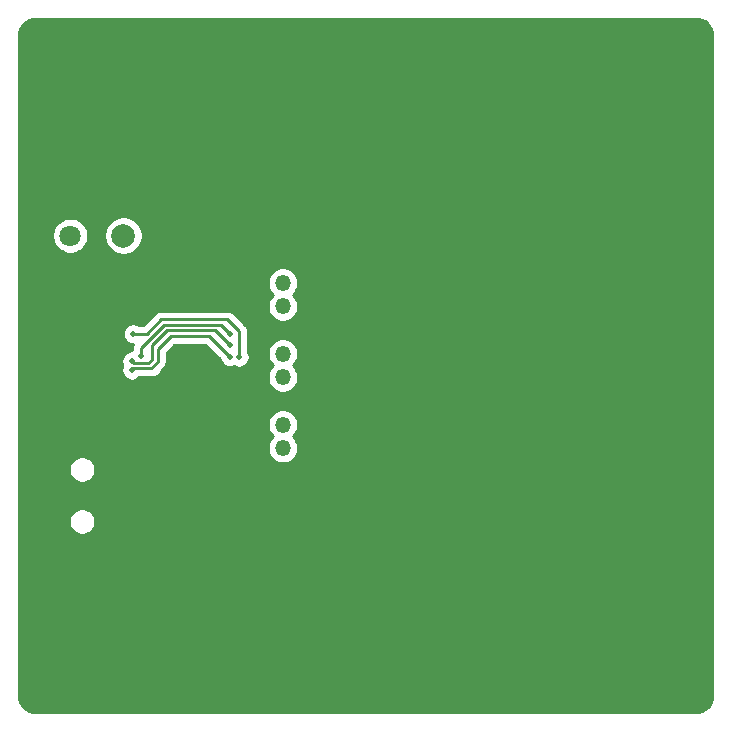
<source format=gbr>
%TF.GenerationSoftware,KiCad,Pcbnew,5.1.9-73d0e3b20d~88~ubuntu20.04.1*%
%TF.CreationDate,2021-01-12T14:06:49+01:00*%
%TF.ProjectId,MRS_Module_Host,4d52535f-4d6f-4647-956c-655f486f7374,1*%
%TF.SameCoordinates,Original*%
%TF.FileFunction,Copper,L2,Bot*%
%TF.FilePolarity,Positive*%
%FSLAX46Y46*%
G04 Gerber Fmt 4.6, Leading zero omitted, Abs format (unit mm)*
G04 Created by KiCad (PCBNEW 5.1.9-73d0e3b20d~88~ubuntu20.04.1) date 2021-01-12 14:06:49*
%MOMM*%
%LPD*%
G01*
G04 APERTURE LIST*
%TA.AperFunction,WasherPad*%
%ADD10C,2.000000*%
%TD*%
%TA.AperFunction,WasherPad*%
%ADD11C,1.800000*%
%TD*%
%TA.AperFunction,ComponentPad*%
%ADD12O,1.350000X1.350000*%
%TD*%
%TA.AperFunction,ComponentPad*%
%ADD13R,1.350000X1.350000*%
%TD*%
%TA.AperFunction,ComponentPad*%
%ADD14C,4.000000*%
%TD*%
%TA.AperFunction,ViaPad*%
%ADD15C,0.500000*%
%TD*%
%TA.AperFunction,Conductor*%
%ADD16C,0.250000*%
%TD*%
%TA.AperFunction,Conductor*%
%ADD17C,0.100000*%
%TD*%
G04 APERTURE END LIST*
D10*
%TO.P,J2,*%
%TO.N,*%
X106500000Y-84000000D03*
D11*
X102000000Y-84000000D03*
%TD*%
D12*
%TO.P,MODULE1,2*%
%TO.N,VBAT*%
X120000000Y-88000000D03*
%TO.P,MODULE1,10*%
%TO.N,GND*%
X120000000Y-104000000D03*
%TO.P,MODULE1,8*%
%TO.N,+5V*%
X120000000Y-100000000D03*
%TO.P,MODULE1,5*%
%TO.N,/FTDI_TX*%
X120000000Y-94000000D03*
%TO.P,MODULE1,9*%
%TO.N,+5V*%
X120000000Y-102000000D03*
%TO.P,MODULE1,6*%
%TO.N,/FTDI_RX*%
X120000000Y-96000000D03*
D13*
%TO.P,MODULE1,1*%
%TO.N,GND*%
X120000000Y-86000000D03*
D12*
%TO.P,MODULE1,7*%
X120000000Y-98000000D03*
%TO.P,MODULE1,3*%
%TO.N,VBAT*%
X120000000Y-90000000D03*
%TO.P,MODULE1,4*%
%TO.N,GND*%
X120000000Y-92000000D03*
D14*
%TO.P,MODULE1,0*%
X137000000Y-111500000D03*
X137000000Y-78500000D03*
%TD*%
D15*
%TO.N,+5V*%
X107300000Y-92300000D03*
X116300000Y-94300000D03*
%TO.N,GND*%
X110500000Y-94000000D03*
X112500000Y-96000000D03*
X110500000Y-96000000D03*
X112500000Y-94000000D03*
X111500000Y-95000000D03*
X115000000Y-70000000D03*
X120000000Y-70000000D03*
X125000000Y-70000000D03*
X135000000Y-70000000D03*
X145000000Y-70000000D03*
X155000000Y-70000000D03*
X145000000Y-80000000D03*
X155000000Y-80000000D03*
X125000000Y-85000000D03*
X120000000Y-80000000D03*
X125000000Y-80000000D03*
X125000000Y-75000000D03*
X115000000Y-75000000D03*
X120000000Y-75000000D03*
X110000000Y-85000000D03*
X105000000Y-85000000D03*
X100000000Y-85000000D03*
X104000000Y-95000000D03*
X115000000Y-100000000D03*
X100000000Y-105000000D03*
X115000000Y-120000000D03*
X115000000Y-115000000D03*
X115000000Y-110000000D03*
X110000000Y-110000000D03*
X120000000Y-110000000D03*
X125000000Y-110000000D03*
X125000000Y-115000000D03*
X120000000Y-115000000D03*
X120000000Y-120000000D03*
X125000000Y-120000000D03*
X135000000Y-120000000D03*
X145000000Y-120000000D03*
X155000000Y-120000000D03*
X125000000Y-105000000D03*
X155000000Y-110000000D03*
X145000000Y-110000000D03*
X155000000Y-100000000D03*
X145000000Y-100000000D03*
X135000000Y-100000000D03*
X145000000Y-90000000D03*
X155000000Y-90000000D03*
X135000000Y-90000000D03*
X101000000Y-95000000D03*
X98000000Y-95000000D03*
X107000000Y-97000000D03*
X101000000Y-99000000D03*
X105500000Y-97500000D03*
X106500000Y-97500000D03*
X107500000Y-97500000D03*
X108500000Y-97500000D03*
X102000000Y-98000000D03*
X101500000Y-98500000D03*
X100500000Y-99500000D03*
X103500000Y-100500000D03*
X103000000Y-101000000D03*
X103000000Y-102000000D03*
X107500000Y-100000000D03*
X108500000Y-100000000D03*
X109500000Y-100000000D03*
X110500000Y-100000000D03*
X111500000Y-100000000D03*
X112500000Y-100000000D03*
X113000000Y-99500000D03*
X113500000Y-99000000D03*
X114000000Y-98500000D03*
X107500000Y-102000000D03*
X109500000Y-102000000D03*
X112500000Y-102000000D03*
X109500000Y-106000000D03*
X107500000Y-106000000D03*
X112500000Y-106000000D03*
X115000000Y-106000000D03*
X117500000Y-104000000D03*
X103000000Y-110500000D03*
X123000000Y-100000000D03*
X123000000Y-102000000D03*
X123000000Y-104000000D03*
X123000000Y-98000000D03*
X123000000Y-86000000D03*
X123000000Y-88000000D03*
X123000000Y-90000000D03*
X123000000Y-92000000D03*
X123000000Y-94000000D03*
X123000000Y-96000000D03*
X106500000Y-94000000D03*
X105000000Y-87000000D03*
X110000000Y-87000000D03*
X105000000Y-90000000D03*
X110000000Y-90000000D03*
X100000000Y-90000000D03*
X100000000Y-89000000D03*
X105000000Y-89000000D03*
X110000000Y-89000000D03*
X100000000Y-87000000D03*
X100000000Y-88000000D03*
X105000000Y-88000000D03*
X110000000Y-88000000D03*
X110000000Y-86000000D03*
X105000000Y-86000000D03*
X100000000Y-86000000D03*
%TO.N,/FTDI_RX*%
X108000000Y-94200000D03*
X115500000Y-92300000D03*
%TO.N,/TXLED*%
X115500000Y-93250000D03*
X107199996Y-94600000D03*
%TO.N,/RXLED*%
X115500000Y-94250000D03*
X107200000Y-95400000D03*
%TD*%
D16*
%TO.N,+5V*%
X116300000Y-92100000D02*
X116300000Y-94300000D01*
X115300000Y-91100000D02*
X116300000Y-92100000D01*
X109700000Y-91100000D02*
X115300000Y-91100000D01*
X108500000Y-92300000D02*
X109700000Y-91100000D01*
X107300000Y-92300000D02*
X108500000Y-92300000D01*
%TO.N,/FTDI_RX*%
X114750000Y-91550000D02*
X115500000Y-92300000D01*
X109950000Y-91550000D02*
X114750000Y-91550000D01*
X108000000Y-93500000D02*
X109950000Y-91550000D01*
X108000000Y-94200000D02*
X108000000Y-93500000D01*
%TO.N,/TXLED*%
X115500000Y-93250000D02*
X114250000Y-92000000D01*
X110200000Y-92000000D02*
X108900000Y-93300000D01*
X114250000Y-92000000D02*
X110200000Y-92000000D01*
X108900000Y-93300000D02*
X108900000Y-94500000D01*
X108900000Y-94500000D02*
X108600000Y-94800000D01*
X108600000Y-94800000D02*
X107399996Y-94800000D01*
X107399996Y-94800000D02*
X107199996Y-94600000D01*
%TO.N,/RXLED*%
X108850000Y-95250000D02*
X108950000Y-95250000D01*
X113750000Y-92500000D02*
X115500000Y-94250000D01*
X110500000Y-92500000D02*
X113750000Y-92500000D01*
X109400000Y-93600000D02*
X110500000Y-92500000D01*
X109400000Y-94700000D02*
X109400000Y-93600000D01*
X108850000Y-95250000D02*
X109400000Y-94700000D01*
X108850000Y-95250000D02*
X107350000Y-95250000D01*
X107350000Y-95250000D02*
X107200000Y-95400000D01*
%TD*%
%TO.N,GND*%
X155261611Y-65678769D02*
X155513258Y-65754745D01*
X155745353Y-65878152D01*
X155949060Y-66044292D01*
X156116616Y-66246832D01*
X156241641Y-66478062D01*
X156319373Y-66729172D01*
X156350000Y-67020567D01*
X156350001Y-122968197D01*
X156321231Y-123261612D01*
X156245255Y-123513256D01*
X156121846Y-123745354D01*
X155955709Y-123949058D01*
X155753168Y-124116616D01*
X155521938Y-124241641D01*
X155270828Y-124319373D01*
X154979433Y-124350000D01*
X99031793Y-124350000D01*
X98738388Y-124321231D01*
X98486744Y-124245255D01*
X98254646Y-124121846D01*
X98050942Y-123955709D01*
X97883384Y-123753168D01*
X97758359Y-123521938D01*
X97680627Y-123270828D01*
X97650000Y-122979433D01*
X97650000Y-108089197D01*
X101875000Y-108089197D01*
X101875000Y-108310803D01*
X101918233Y-108528150D01*
X102003038Y-108732887D01*
X102126156Y-108917145D01*
X102282855Y-109073844D01*
X102467113Y-109196962D01*
X102671850Y-109281767D01*
X102889197Y-109325000D01*
X103110803Y-109325000D01*
X103328150Y-109281767D01*
X103532887Y-109196962D01*
X103717145Y-109073844D01*
X103873844Y-108917145D01*
X103996962Y-108732887D01*
X104081767Y-108528150D01*
X104125000Y-108310803D01*
X104125000Y-108089197D01*
X104081767Y-107871850D01*
X103996962Y-107667113D01*
X103873844Y-107482855D01*
X103717145Y-107326156D01*
X103532887Y-107203038D01*
X103328150Y-107118233D01*
X103110803Y-107075000D01*
X102889197Y-107075000D01*
X102671850Y-107118233D01*
X102467113Y-107203038D01*
X102282855Y-107326156D01*
X102126156Y-107482855D01*
X102003038Y-107667113D01*
X101918233Y-107871850D01*
X101875000Y-108089197D01*
X97650000Y-108089197D01*
X97650000Y-103689197D01*
X101875000Y-103689197D01*
X101875000Y-103910803D01*
X101918233Y-104128150D01*
X102003038Y-104332887D01*
X102126156Y-104517145D01*
X102282855Y-104673844D01*
X102467113Y-104796962D01*
X102671850Y-104881767D01*
X102889197Y-104925000D01*
X103110803Y-104925000D01*
X103328150Y-104881767D01*
X103532887Y-104796962D01*
X103717145Y-104673844D01*
X103873844Y-104517145D01*
X103996962Y-104332887D01*
X104081767Y-104128150D01*
X104125000Y-103910803D01*
X104125000Y-103689197D01*
X104081767Y-103471850D01*
X103996962Y-103267113D01*
X103873844Y-103082855D01*
X103717145Y-102926156D01*
X103532887Y-102803038D01*
X103328150Y-102718233D01*
X103110803Y-102675000D01*
X102889197Y-102675000D01*
X102671850Y-102718233D01*
X102467113Y-102803038D01*
X102282855Y-102926156D01*
X102126156Y-103082855D01*
X102003038Y-103267113D01*
X101918233Y-103471850D01*
X101875000Y-103689197D01*
X97650000Y-103689197D01*
X97650000Y-99871961D01*
X118700000Y-99871961D01*
X118700000Y-100128039D01*
X118749958Y-100379196D01*
X118847955Y-100615781D01*
X118990224Y-100828702D01*
X119161522Y-101000000D01*
X118990224Y-101171298D01*
X118847955Y-101384219D01*
X118749958Y-101620804D01*
X118700000Y-101871961D01*
X118700000Y-102128039D01*
X118749958Y-102379196D01*
X118847955Y-102615781D01*
X118990224Y-102828702D01*
X119171298Y-103009776D01*
X119384219Y-103152045D01*
X119620804Y-103250042D01*
X119871961Y-103300000D01*
X120128039Y-103300000D01*
X120379196Y-103250042D01*
X120615781Y-103152045D01*
X120828702Y-103009776D01*
X121009776Y-102828702D01*
X121152045Y-102615781D01*
X121250042Y-102379196D01*
X121300000Y-102128039D01*
X121300000Y-101871961D01*
X121250042Y-101620804D01*
X121152045Y-101384219D01*
X121009776Y-101171298D01*
X120838478Y-101000000D01*
X121009776Y-100828702D01*
X121152045Y-100615781D01*
X121250042Y-100379196D01*
X121300000Y-100128039D01*
X121300000Y-99871961D01*
X121250042Y-99620804D01*
X121152045Y-99384219D01*
X121009776Y-99171298D01*
X120828702Y-98990224D01*
X120615781Y-98847955D01*
X120379196Y-98749958D01*
X120128039Y-98700000D01*
X119871961Y-98700000D01*
X119620804Y-98749958D01*
X119384219Y-98847955D01*
X119171298Y-98990224D01*
X118990224Y-99171298D01*
X118847955Y-99384219D01*
X118749958Y-99620804D01*
X118700000Y-99871961D01*
X97650000Y-99871961D01*
X97650000Y-94513820D01*
X106324996Y-94513820D01*
X106324996Y-94686180D01*
X106358622Y-94855228D01*
X106418590Y-95000005D01*
X106358626Y-95144772D01*
X106325000Y-95313820D01*
X106325000Y-95486180D01*
X106358626Y-95655228D01*
X106424585Y-95814468D01*
X106520343Y-95957780D01*
X106642220Y-96079657D01*
X106785532Y-96175415D01*
X106944772Y-96241374D01*
X107113820Y-96275000D01*
X107286180Y-96275000D01*
X107455228Y-96241374D01*
X107614468Y-96175415D01*
X107757780Y-96079657D01*
X107837437Y-96000000D01*
X108813173Y-96000000D01*
X108850000Y-96003627D01*
X108886827Y-96000000D01*
X108986835Y-96000000D01*
X109097026Y-95989147D01*
X109238401Y-95946261D01*
X109368693Y-95876619D01*
X109482895Y-95782895D01*
X109576619Y-95668693D01*
X109646261Y-95538401D01*
X109656712Y-95503948D01*
X109904292Y-95256369D01*
X109932895Y-95232895D01*
X109956369Y-95204292D01*
X109956376Y-95204285D01*
X110026618Y-95118694D01*
X110026619Y-95118693D01*
X110096261Y-94988401D01*
X110139147Y-94847026D01*
X110150000Y-94736835D01*
X110150000Y-94736826D01*
X110153627Y-94700001D01*
X110150000Y-94663176D01*
X110150000Y-93910659D01*
X110810660Y-93250000D01*
X113439341Y-93250000D01*
X114649701Y-94460361D01*
X114658626Y-94505228D01*
X114724585Y-94664468D01*
X114820343Y-94807780D01*
X114942220Y-94929657D01*
X115085532Y-95025415D01*
X115244772Y-95091374D01*
X115413820Y-95125000D01*
X115586180Y-95125000D01*
X115755228Y-95091374D01*
X115850411Y-95051948D01*
X115885532Y-95075415D01*
X116044772Y-95141374D01*
X116213820Y-95175000D01*
X116386180Y-95175000D01*
X116555228Y-95141374D01*
X116714468Y-95075415D01*
X116857780Y-94979657D01*
X116979657Y-94857780D01*
X117075415Y-94714468D01*
X117141374Y-94555228D01*
X117175000Y-94386180D01*
X117175000Y-94213820D01*
X117141374Y-94044772D01*
X117075415Y-93885532D01*
X117066348Y-93871961D01*
X118700000Y-93871961D01*
X118700000Y-94128039D01*
X118749958Y-94379196D01*
X118847955Y-94615781D01*
X118990224Y-94828702D01*
X119161522Y-95000000D01*
X118990224Y-95171298D01*
X118847955Y-95384219D01*
X118749958Y-95620804D01*
X118700000Y-95871961D01*
X118700000Y-96128039D01*
X118749958Y-96379196D01*
X118847955Y-96615781D01*
X118990224Y-96828702D01*
X119171298Y-97009776D01*
X119384219Y-97152045D01*
X119620804Y-97250042D01*
X119871961Y-97300000D01*
X120128039Y-97300000D01*
X120379196Y-97250042D01*
X120615781Y-97152045D01*
X120828702Y-97009776D01*
X121009776Y-96828702D01*
X121152045Y-96615781D01*
X121250042Y-96379196D01*
X121300000Y-96128039D01*
X121300000Y-95871961D01*
X121250042Y-95620804D01*
X121152045Y-95384219D01*
X121009776Y-95171298D01*
X120838478Y-95000000D01*
X121009776Y-94828702D01*
X121152045Y-94615781D01*
X121250042Y-94379196D01*
X121300000Y-94128039D01*
X121300000Y-93871961D01*
X121250042Y-93620804D01*
X121152045Y-93384219D01*
X121009776Y-93171298D01*
X120828702Y-92990224D01*
X120615781Y-92847955D01*
X120379196Y-92749958D01*
X120128039Y-92700000D01*
X119871961Y-92700000D01*
X119620804Y-92749958D01*
X119384219Y-92847955D01*
X119171298Y-92990224D01*
X118990224Y-93171298D01*
X118847955Y-93384219D01*
X118749958Y-93620804D01*
X118700000Y-93871961D01*
X117066348Y-93871961D01*
X117050000Y-93847496D01*
X117050000Y-92136828D01*
X117053627Y-92100000D01*
X117050000Y-92063172D01*
X117050000Y-92063165D01*
X117039147Y-91952974D01*
X116996261Y-91811599D01*
X116926619Y-91681307D01*
X116863408Y-91604285D01*
X116856376Y-91595716D01*
X116856374Y-91595714D01*
X116832895Y-91567105D01*
X116804287Y-91543627D01*
X115856378Y-90595719D01*
X115832895Y-90567105D01*
X115718693Y-90473381D01*
X115588401Y-90403739D01*
X115447026Y-90360853D01*
X115336835Y-90350000D01*
X115336827Y-90350000D01*
X115300000Y-90346373D01*
X115263173Y-90350000D01*
X109736827Y-90350000D01*
X109699999Y-90346373D01*
X109663171Y-90350000D01*
X109663165Y-90350000D01*
X109567817Y-90359391D01*
X109552973Y-90360853D01*
X109520069Y-90370835D01*
X109411599Y-90403739D01*
X109281307Y-90473381D01*
X109241849Y-90505764D01*
X109195715Y-90543624D01*
X109195708Y-90543631D01*
X109167105Y-90567105D01*
X109143630Y-90595709D01*
X108189341Y-91550000D01*
X107752504Y-91550000D01*
X107714468Y-91524585D01*
X107555228Y-91458626D01*
X107386180Y-91425000D01*
X107213820Y-91425000D01*
X107044772Y-91458626D01*
X106885532Y-91524585D01*
X106742220Y-91620343D01*
X106620343Y-91742220D01*
X106524585Y-91885532D01*
X106458626Y-92044772D01*
X106425000Y-92213820D01*
X106425000Y-92386180D01*
X106458626Y-92555228D01*
X106524585Y-92714468D01*
X106620343Y-92857780D01*
X106742220Y-92979657D01*
X106885532Y-93075415D01*
X107044772Y-93141374D01*
X107213820Y-93175000D01*
X107323302Y-93175000D01*
X107303739Y-93211600D01*
X107276923Y-93300000D01*
X107260853Y-93352974D01*
X107250000Y-93463165D01*
X107250000Y-93463173D01*
X107246373Y-93500000D01*
X107250000Y-93536827D01*
X107250000Y-93725000D01*
X107113816Y-93725000D01*
X106944768Y-93758626D01*
X106785528Y-93824585D01*
X106642216Y-93920343D01*
X106520339Y-94042220D01*
X106424581Y-94185532D01*
X106358622Y-94344772D01*
X106324996Y-94513820D01*
X97650000Y-94513820D01*
X97650000Y-87871961D01*
X118700000Y-87871961D01*
X118700000Y-88128039D01*
X118749958Y-88379196D01*
X118847955Y-88615781D01*
X118990224Y-88828702D01*
X119161522Y-89000000D01*
X118990224Y-89171298D01*
X118847955Y-89384219D01*
X118749958Y-89620804D01*
X118700000Y-89871961D01*
X118700000Y-90128039D01*
X118749958Y-90379196D01*
X118847955Y-90615781D01*
X118990224Y-90828702D01*
X119171298Y-91009776D01*
X119384219Y-91152045D01*
X119620804Y-91250042D01*
X119871961Y-91300000D01*
X120128039Y-91300000D01*
X120379196Y-91250042D01*
X120615781Y-91152045D01*
X120828702Y-91009776D01*
X121009776Y-90828702D01*
X121152045Y-90615781D01*
X121250042Y-90379196D01*
X121300000Y-90128039D01*
X121300000Y-89871961D01*
X121250042Y-89620804D01*
X121152045Y-89384219D01*
X121009776Y-89171298D01*
X120838478Y-89000000D01*
X121009776Y-88828702D01*
X121152045Y-88615781D01*
X121250042Y-88379196D01*
X121300000Y-88128039D01*
X121300000Y-87871961D01*
X121250042Y-87620804D01*
X121152045Y-87384219D01*
X121009776Y-87171298D01*
X120828702Y-86990224D01*
X120615781Y-86847955D01*
X120379196Y-86749958D01*
X120128039Y-86700000D01*
X119871961Y-86700000D01*
X119620804Y-86749958D01*
X119384219Y-86847955D01*
X119171298Y-86990224D01*
X118990224Y-87171298D01*
X118847955Y-87384219D01*
X118749958Y-87620804D01*
X118700000Y-87871961D01*
X97650000Y-87871961D01*
X97650000Y-83849801D01*
X100475000Y-83849801D01*
X100475000Y-84150199D01*
X100533605Y-84444826D01*
X100648562Y-84722358D01*
X100815455Y-84972131D01*
X101027869Y-85184545D01*
X101277642Y-85351438D01*
X101555174Y-85466395D01*
X101849801Y-85525000D01*
X102150199Y-85525000D01*
X102444826Y-85466395D01*
X102722358Y-85351438D01*
X102972131Y-85184545D01*
X103184545Y-84972131D01*
X103351438Y-84722358D01*
X103466395Y-84444826D01*
X103525000Y-84150199D01*
X103525000Y-83849801D01*
X103523041Y-83839951D01*
X104875000Y-83839951D01*
X104875000Y-84160049D01*
X104937448Y-84473995D01*
X105059943Y-84769726D01*
X105237780Y-85035877D01*
X105464123Y-85262220D01*
X105730274Y-85440057D01*
X106026005Y-85562552D01*
X106339951Y-85625000D01*
X106660049Y-85625000D01*
X106973995Y-85562552D01*
X107269726Y-85440057D01*
X107535877Y-85262220D01*
X107762220Y-85035877D01*
X107940057Y-84769726D01*
X108062552Y-84473995D01*
X108125000Y-84160049D01*
X108125000Y-83839951D01*
X108062552Y-83526005D01*
X107940057Y-83230274D01*
X107762220Y-82964123D01*
X107535877Y-82737780D01*
X107269726Y-82559943D01*
X106973995Y-82437448D01*
X106660049Y-82375000D01*
X106339951Y-82375000D01*
X106026005Y-82437448D01*
X105730274Y-82559943D01*
X105464123Y-82737780D01*
X105237780Y-82964123D01*
X105059943Y-83230274D01*
X104937448Y-83526005D01*
X104875000Y-83839951D01*
X103523041Y-83839951D01*
X103466395Y-83555174D01*
X103351438Y-83277642D01*
X103184545Y-83027869D01*
X102972131Y-82815455D01*
X102722358Y-82648562D01*
X102444826Y-82533605D01*
X102150199Y-82475000D01*
X101849801Y-82475000D01*
X101555174Y-82533605D01*
X101277642Y-82648562D01*
X101027869Y-82815455D01*
X100815455Y-83027869D01*
X100648562Y-83277642D01*
X100533605Y-83555174D01*
X100475000Y-83849801D01*
X97650000Y-83849801D01*
X97650000Y-67031793D01*
X97678769Y-66738389D01*
X97754745Y-66486742D01*
X97878152Y-66254647D01*
X98044292Y-66050940D01*
X98246832Y-65883384D01*
X98478062Y-65758359D01*
X98729172Y-65680627D01*
X99020567Y-65650000D01*
X154968207Y-65650000D01*
X155261611Y-65678769D01*
%TA.AperFunction,Conductor*%
D17*
G36*
X155261611Y-65678769D02*
G01*
X155513258Y-65754745D01*
X155745353Y-65878152D01*
X155949060Y-66044292D01*
X156116616Y-66246832D01*
X156241641Y-66478062D01*
X156319373Y-66729172D01*
X156350000Y-67020567D01*
X156350001Y-122968197D01*
X156321231Y-123261612D01*
X156245255Y-123513256D01*
X156121846Y-123745354D01*
X155955709Y-123949058D01*
X155753168Y-124116616D01*
X155521938Y-124241641D01*
X155270828Y-124319373D01*
X154979433Y-124350000D01*
X99031793Y-124350000D01*
X98738388Y-124321231D01*
X98486744Y-124245255D01*
X98254646Y-124121846D01*
X98050942Y-123955709D01*
X97883384Y-123753168D01*
X97758359Y-123521938D01*
X97680627Y-123270828D01*
X97650000Y-122979433D01*
X97650000Y-108089197D01*
X101875000Y-108089197D01*
X101875000Y-108310803D01*
X101918233Y-108528150D01*
X102003038Y-108732887D01*
X102126156Y-108917145D01*
X102282855Y-109073844D01*
X102467113Y-109196962D01*
X102671850Y-109281767D01*
X102889197Y-109325000D01*
X103110803Y-109325000D01*
X103328150Y-109281767D01*
X103532887Y-109196962D01*
X103717145Y-109073844D01*
X103873844Y-108917145D01*
X103996962Y-108732887D01*
X104081767Y-108528150D01*
X104125000Y-108310803D01*
X104125000Y-108089197D01*
X104081767Y-107871850D01*
X103996962Y-107667113D01*
X103873844Y-107482855D01*
X103717145Y-107326156D01*
X103532887Y-107203038D01*
X103328150Y-107118233D01*
X103110803Y-107075000D01*
X102889197Y-107075000D01*
X102671850Y-107118233D01*
X102467113Y-107203038D01*
X102282855Y-107326156D01*
X102126156Y-107482855D01*
X102003038Y-107667113D01*
X101918233Y-107871850D01*
X101875000Y-108089197D01*
X97650000Y-108089197D01*
X97650000Y-103689197D01*
X101875000Y-103689197D01*
X101875000Y-103910803D01*
X101918233Y-104128150D01*
X102003038Y-104332887D01*
X102126156Y-104517145D01*
X102282855Y-104673844D01*
X102467113Y-104796962D01*
X102671850Y-104881767D01*
X102889197Y-104925000D01*
X103110803Y-104925000D01*
X103328150Y-104881767D01*
X103532887Y-104796962D01*
X103717145Y-104673844D01*
X103873844Y-104517145D01*
X103996962Y-104332887D01*
X104081767Y-104128150D01*
X104125000Y-103910803D01*
X104125000Y-103689197D01*
X104081767Y-103471850D01*
X103996962Y-103267113D01*
X103873844Y-103082855D01*
X103717145Y-102926156D01*
X103532887Y-102803038D01*
X103328150Y-102718233D01*
X103110803Y-102675000D01*
X102889197Y-102675000D01*
X102671850Y-102718233D01*
X102467113Y-102803038D01*
X102282855Y-102926156D01*
X102126156Y-103082855D01*
X102003038Y-103267113D01*
X101918233Y-103471850D01*
X101875000Y-103689197D01*
X97650000Y-103689197D01*
X97650000Y-99871961D01*
X118700000Y-99871961D01*
X118700000Y-100128039D01*
X118749958Y-100379196D01*
X118847955Y-100615781D01*
X118990224Y-100828702D01*
X119161522Y-101000000D01*
X118990224Y-101171298D01*
X118847955Y-101384219D01*
X118749958Y-101620804D01*
X118700000Y-101871961D01*
X118700000Y-102128039D01*
X118749958Y-102379196D01*
X118847955Y-102615781D01*
X118990224Y-102828702D01*
X119171298Y-103009776D01*
X119384219Y-103152045D01*
X119620804Y-103250042D01*
X119871961Y-103300000D01*
X120128039Y-103300000D01*
X120379196Y-103250042D01*
X120615781Y-103152045D01*
X120828702Y-103009776D01*
X121009776Y-102828702D01*
X121152045Y-102615781D01*
X121250042Y-102379196D01*
X121300000Y-102128039D01*
X121300000Y-101871961D01*
X121250042Y-101620804D01*
X121152045Y-101384219D01*
X121009776Y-101171298D01*
X120838478Y-101000000D01*
X121009776Y-100828702D01*
X121152045Y-100615781D01*
X121250042Y-100379196D01*
X121300000Y-100128039D01*
X121300000Y-99871961D01*
X121250042Y-99620804D01*
X121152045Y-99384219D01*
X121009776Y-99171298D01*
X120828702Y-98990224D01*
X120615781Y-98847955D01*
X120379196Y-98749958D01*
X120128039Y-98700000D01*
X119871961Y-98700000D01*
X119620804Y-98749958D01*
X119384219Y-98847955D01*
X119171298Y-98990224D01*
X118990224Y-99171298D01*
X118847955Y-99384219D01*
X118749958Y-99620804D01*
X118700000Y-99871961D01*
X97650000Y-99871961D01*
X97650000Y-94513820D01*
X106324996Y-94513820D01*
X106324996Y-94686180D01*
X106358622Y-94855228D01*
X106418590Y-95000005D01*
X106358626Y-95144772D01*
X106325000Y-95313820D01*
X106325000Y-95486180D01*
X106358626Y-95655228D01*
X106424585Y-95814468D01*
X106520343Y-95957780D01*
X106642220Y-96079657D01*
X106785532Y-96175415D01*
X106944772Y-96241374D01*
X107113820Y-96275000D01*
X107286180Y-96275000D01*
X107455228Y-96241374D01*
X107614468Y-96175415D01*
X107757780Y-96079657D01*
X107837437Y-96000000D01*
X108813173Y-96000000D01*
X108850000Y-96003627D01*
X108886827Y-96000000D01*
X108986835Y-96000000D01*
X109097026Y-95989147D01*
X109238401Y-95946261D01*
X109368693Y-95876619D01*
X109482895Y-95782895D01*
X109576619Y-95668693D01*
X109646261Y-95538401D01*
X109656712Y-95503948D01*
X109904292Y-95256369D01*
X109932895Y-95232895D01*
X109956369Y-95204292D01*
X109956376Y-95204285D01*
X110026618Y-95118694D01*
X110026619Y-95118693D01*
X110096261Y-94988401D01*
X110139147Y-94847026D01*
X110150000Y-94736835D01*
X110150000Y-94736826D01*
X110153627Y-94700001D01*
X110150000Y-94663176D01*
X110150000Y-93910659D01*
X110810660Y-93250000D01*
X113439341Y-93250000D01*
X114649701Y-94460361D01*
X114658626Y-94505228D01*
X114724585Y-94664468D01*
X114820343Y-94807780D01*
X114942220Y-94929657D01*
X115085532Y-95025415D01*
X115244772Y-95091374D01*
X115413820Y-95125000D01*
X115586180Y-95125000D01*
X115755228Y-95091374D01*
X115850411Y-95051948D01*
X115885532Y-95075415D01*
X116044772Y-95141374D01*
X116213820Y-95175000D01*
X116386180Y-95175000D01*
X116555228Y-95141374D01*
X116714468Y-95075415D01*
X116857780Y-94979657D01*
X116979657Y-94857780D01*
X117075415Y-94714468D01*
X117141374Y-94555228D01*
X117175000Y-94386180D01*
X117175000Y-94213820D01*
X117141374Y-94044772D01*
X117075415Y-93885532D01*
X117066348Y-93871961D01*
X118700000Y-93871961D01*
X118700000Y-94128039D01*
X118749958Y-94379196D01*
X118847955Y-94615781D01*
X118990224Y-94828702D01*
X119161522Y-95000000D01*
X118990224Y-95171298D01*
X118847955Y-95384219D01*
X118749958Y-95620804D01*
X118700000Y-95871961D01*
X118700000Y-96128039D01*
X118749958Y-96379196D01*
X118847955Y-96615781D01*
X118990224Y-96828702D01*
X119171298Y-97009776D01*
X119384219Y-97152045D01*
X119620804Y-97250042D01*
X119871961Y-97300000D01*
X120128039Y-97300000D01*
X120379196Y-97250042D01*
X120615781Y-97152045D01*
X120828702Y-97009776D01*
X121009776Y-96828702D01*
X121152045Y-96615781D01*
X121250042Y-96379196D01*
X121300000Y-96128039D01*
X121300000Y-95871961D01*
X121250042Y-95620804D01*
X121152045Y-95384219D01*
X121009776Y-95171298D01*
X120838478Y-95000000D01*
X121009776Y-94828702D01*
X121152045Y-94615781D01*
X121250042Y-94379196D01*
X121300000Y-94128039D01*
X121300000Y-93871961D01*
X121250042Y-93620804D01*
X121152045Y-93384219D01*
X121009776Y-93171298D01*
X120828702Y-92990224D01*
X120615781Y-92847955D01*
X120379196Y-92749958D01*
X120128039Y-92700000D01*
X119871961Y-92700000D01*
X119620804Y-92749958D01*
X119384219Y-92847955D01*
X119171298Y-92990224D01*
X118990224Y-93171298D01*
X118847955Y-93384219D01*
X118749958Y-93620804D01*
X118700000Y-93871961D01*
X117066348Y-93871961D01*
X117050000Y-93847496D01*
X117050000Y-92136828D01*
X117053627Y-92100000D01*
X117050000Y-92063172D01*
X117050000Y-92063165D01*
X117039147Y-91952974D01*
X116996261Y-91811599D01*
X116926619Y-91681307D01*
X116863408Y-91604285D01*
X116856376Y-91595716D01*
X116856374Y-91595714D01*
X116832895Y-91567105D01*
X116804287Y-91543627D01*
X115856378Y-90595719D01*
X115832895Y-90567105D01*
X115718693Y-90473381D01*
X115588401Y-90403739D01*
X115447026Y-90360853D01*
X115336835Y-90350000D01*
X115336827Y-90350000D01*
X115300000Y-90346373D01*
X115263173Y-90350000D01*
X109736827Y-90350000D01*
X109699999Y-90346373D01*
X109663171Y-90350000D01*
X109663165Y-90350000D01*
X109567817Y-90359391D01*
X109552973Y-90360853D01*
X109520069Y-90370835D01*
X109411599Y-90403739D01*
X109281307Y-90473381D01*
X109241849Y-90505764D01*
X109195715Y-90543624D01*
X109195708Y-90543631D01*
X109167105Y-90567105D01*
X109143630Y-90595709D01*
X108189341Y-91550000D01*
X107752504Y-91550000D01*
X107714468Y-91524585D01*
X107555228Y-91458626D01*
X107386180Y-91425000D01*
X107213820Y-91425000D01*
X107044772Y-91458626D01*
X106885532Y-91524585D01*
X106742220Y-91620343D01*
X106620343Y-91742220D01*
X106524585Y-91885532D01*
X106458626Y-92044772D01*
X106425000Y-92213820D01*
X106425000Y-92386180D01*
X106458626Y-92555228D01*
X106524585Y-92714468D01*
X106620343Y-92857780D01*
X106742220Y-92979657D01*
X106885532Y-93075415D01*
X107044772Y-93141374D01*
X107213820Y-93175000D01*
X107323302Y-93175000D01*
X107303739Y-93211600D01*
X107276923Y-93300000D01*
X107260853Y-93352974D01*
X107250000Y-93463165D01*
X107250000Y-93463173D01*
X107246373Y-93500000D01*
X107250000Y-93536827D01*
X107250000Y-93725000D01*
X107113816Y-93725000D01*
X106944768Y-93758626D01*
X106785528Y-93824585D01*
X106642216Y-93920343D01*
X106520339Y-94042220D01*
X106424581Y-94185532D01*
X106358622Y-94344772D01*
X106324996Y-94513820D01*
X97650000Y-94513820D01*
X97650000Y-87871961D01*
X118700000Y-87871961D01*
X118700000Y-88128039D01*
X118749958Y-88379196D01*
X118847955Y-88615781D01*
X118990224Y-88828702D01*
X119161522Y-89000000D01*
X118990224Y-89171298D01*
X118847955Y-89384219D01*
X118749958Y-89620804D01*
X118700000Y-89871961D01*
X118700000Y-90128039D01*
X118749958Y-90379196D01*
X118847955Y-90615781D01*
X118990224Y-90828702D01*
X119171298Y-91009776D01*
X119384219Y-91152045D01*
X119620804Y-91250042D01*
X119871961Y-91300000D01*
X120128039Y-91300000D01*
X120379196Y-91250042D01*
X120615781Y-91152045D01*
X120828702Y-91009776D01*
X121009776Y-90828702D01*
X121152045Y-90615781D01*
X121250042Y-90379196D01*
X121300000Y-90128039D01*
X121300000Y-89871961D01*
X121250042Y-89620804D01*
X121152045Y-89384219D01*
X121009776Y-89171298D01*
X120838478Y-89000000D01*
X121009776Y-88828702D01*
X121152045Y-88615781D01*
X121250042Y-88379196D01*
X121300000Y-88128039D01*
X121300000Y-87871961D01*
X121250042Y-87620804D01*
X121152045Y-87384219D01*
X121009776Y-87171298D01*
X120828702Y-86990224D01*
X120615781Y-86847955D01*
X120379196Y-86749958D01*
X120128039Y-86700000D01*
X119871961Y-86700000D01*
X119620804Y-86749958D01*
X119384219Y-86847955D01*
X119171298Y-86990224D01*
X118990224Y-87171298D01*
X118847955Y-87384219D01*
X118749958Y-87620804D01*
X118700000Y-87871961D01*
X97650000Y-87871961D01*
X97650000Y-83849801D01*
X100475000Y-83849801D01*
X100475000Y-84150199D01*
X100533605Y-84444826D01*
X100648562Y-84722358D01*
X100815455Y-84972131D01*
X101027869Y-85184545D01*
X101277642Y-85351438D01*
X101555174Y-85466395D01*
X101849801Y-85525000D01*
X102150199Y-85525000D01*
X102444826Y-85466395D01*
X102722358Y-85351438D01*
X102972131Y-85184545D01*
X103184545Y-84972131D01*
X103351438Y-84722358D01*
X103466395Y-84444826D01*
X103525000Y-84150199D01*
X103525000Y-83849801D01*
X103523041Y-83839951D01*
X104875000Y-83839951D01*
X104875000Y-84160049D01*
X104937448Y-84473995D01*
X105059943Y-84769726D01*
X105237780Y-85035877D01*
X105464123Y-85262220D01*
X105730274Y-85440057D01*
X106026005Y-85562552D01*
X106339951Y-85625000D01*
X106660049Y-85625000D01*
X106973995Y-85562552D01*
X107269726Y-85440057D01*
X107535877Y-85262220D01*
X107762220Y-85035877D01*
X107940057Y-84769726D01*
X108062552Y-84473995D01*
X108125000Y-84160049D01*
X108125000Y-83839951D01*
X108062552Y-83526005D01*
X107940057Y-83230274D01*
X107762220Y-82964123D01*
X107535877Y-82737780D01*
X107269726Y-82559943D01*
X106973995Y-82437448D01*
X106660049Y-82375000D01*
X106339951Y-82375000D01*
X106026005Y-82437448D01*
X105730274Y-82559943D01*
X105464123Y-82737780D01*
X105237780Y-82964123D01*
X105059943Y-83230274D01*
X104937448Y-83526005D01*
X104875000Y-83839951D01*
X103523041Y-83839951D01*
X103466395Y-83555174D01*
X103351438Y-83277642D01*
X103184545Y-83027869D01*
X102972131Y-82815455D01*
X102722358Y-82648562D01*
X102444826Y-82533605D01*
X102150199Y-82475000D01*
X101849801Y-82475000D01*
X101555174Y-82533605D01*
X101277642Y-82648562D01*
X101027869Y-82815455D01*
X100815455Y-83027869D01*
X100648562Y-83277642D01*
X100533605Y-83555174D01*
X100475000Y-83849801D01*
X97650000Y-83849801D01*
X97650000Y-67031793D01*
X97678769Y-66738389D01*
X97754745Y-66486742D01*
X97878152Y-66254647D01*
X98044292Y-66050940D01*
X98246832Y-65883384D01*
X98478062Y-65758359D01*
X98729172Y-65680627D01*
X99020567Y-65650000D01*
X154968207Y-65650000D01*
X155261611Y-65678769D01*
G37*
%TD.AperFunction*%
%TD*%
M02*

</source>
